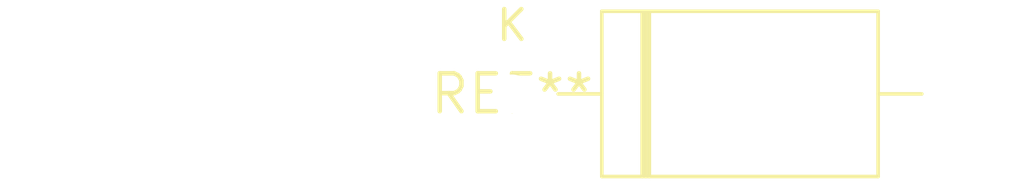
<source format=kicad_pcb>
(kicad_pcb (version 20240108) (generator pcbnew)
  (layers (0 "F.Cu" signal) (31 "B.Cu" signal) (34 "B.Paste" user) (35 "F.Paste" user) (36 "B.SilkS" user "B.Silkscreen") (37 "F.SilkS" user "F.Silkscreen") (38 "B.Mask" user) (39 "F.Mask" user) (44 "Edge.Cuts" user))
  (net 0 "")
  (footprint "D_DO-201AE_P15.24mm_Horizontal" (layer "F.Cu") (at 0 0)
    (property "Reference" "REF**")
    (property "Value" "D_DO-201AE_P15.24mm_Horizontal")
    (fp_line (start 1.54 0) (end 3 0) (layer "F.SilkS") (stroke (width 0.12)))
    (fp_line (start 3 -2.77) (end 3 2.77) (layer "F.SilkS") (stroke (width 0.12)))
    (fp_line (start 3 2.77) (end 12.24 2.77) (layer "F.SilkS") (stroke (width 0.12)))
    (fp_line (start 4.35 -2.77) (end 4.35 2.77) (layer "F.SilkS") (stroke (width 0.12)))
    (fp_line (start 4.47 -2.77) (end 4.47 2.77) (layer "F.SilkS") (stroke (width 0.12)))
    (fp_line (start 4.59 -2.77) (end 4.59 2.77) (layer "F.SilkS") (stroke (width 0.12)))
    (fp_line (start 12.24 -2.77) (end 3 -2.77) (layer "F.SilkS") (stroke (width 0.12)))
    (fp_line (start 12.24 2.77) (end 12.24 -2.77) (layer "F.SilkS") (stroke (width 0.12)))
    (fp_line (start 13.7 0) (end 12.24 0) (layer "F.SilkS") (stroke (width 0.12)))
    (fp_text user "K" (at 0 -2.3 0) (layer "F.SilkS"))
    (pad "1" thru_hole rect (at 0 0) (size 2.6 2.6) (drill 1.3) (layers *.Cu *.Mask) (remove_unused_layers))
    (pad "2" thru_hole oval (at 15.24 0) (size 2.6 2.6) (drill 1.3) (layers *.Cu *.Mask) (remove_unused_layers))
  )
)
</source>
